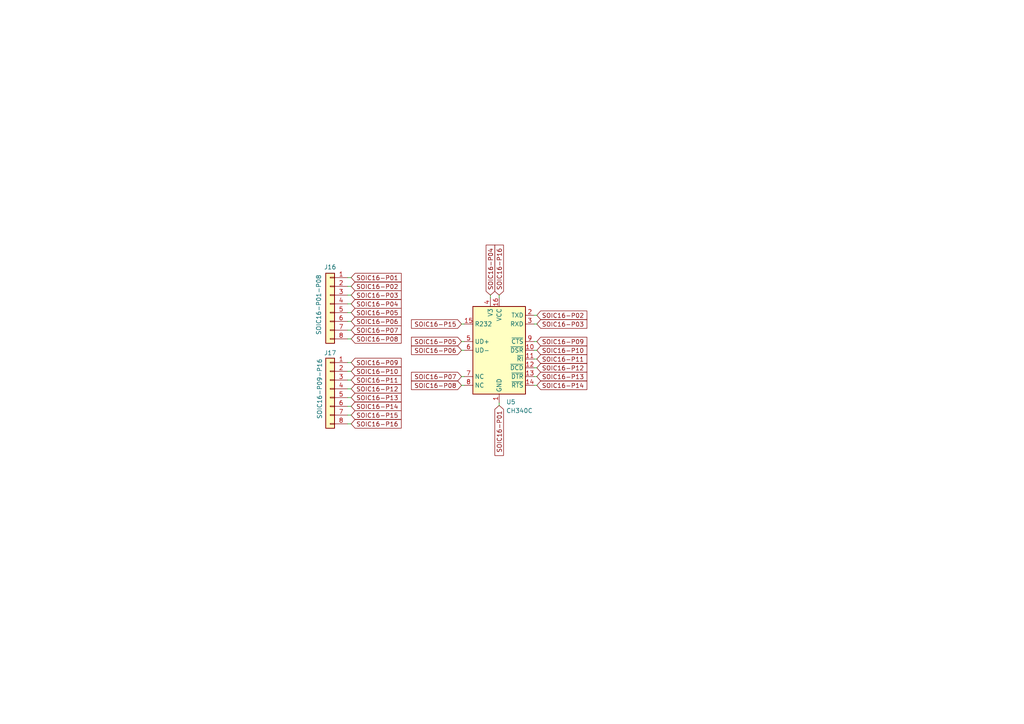
<source format=kicad_sch>
(kicad_sch (version 20230121) (generator eeschema)
  (paper "A4")
  (lib_symbols
    (symbol "Connector_Generic:Conn_01x08" (pin_names (offset 1.016) hide)
      (property "Reference" "J" (at 0 10.16 0))
      (property "Value" "Conn_01x08" (at 0 -12.7 0))
      (symbol "Conn_01x08_1_1"
        (rectangle (start -1.27 -10.033) (end 0 -10.287) (stroke (width 0.1524)))
        (rectangle (start -1.27 -7.493) (end 0 -7.747) (stroke (width 0.1524)))
        (rectangle (start -1.27 -4.953) (end 0 -5.207) (stroke (width 0.1524)))
        (rectangle (start -1.27 -2.413) (end 0 -2.667) (stroke (width 0.1524)))
        (rectangle (start -1.27 0.127) (end 0 -0.127) (stroke (width 0.1524)))
        (rectangle (start -1.27 2.667) (end 0 2.413) (stroke (width 0.1524)))
        (rectangle (start -1.27 5.207) (end 0 4.953) (stroke (width 0.1524)))
        (rectangle (start -1.27 7.747) (end 0 7.493) (stroke (width 0.1524)))
        (rectangle (start -1.27 8.89) (end 1.27 -11.43) (stroke (width 0.254)) (fill (type background)))
        (pin passive line (at -5.08 7.62 0) (length 3.81) (name "Pin_1") (number "1"))
        (pin passive line (at -5.08 5.08 0) (length 3.81) (name "Pin_2") (number "2"))
        (pin passive line (at -5.08 2.54 0) (length 3.81) (name "Pin_3") (number "3"))
        (pin passive line (at -5.08 0 0) (length 3.81) (name "Pin_4") (number "4"))
        (pin passive line (at -5.08 -2.54 0) (length 3.81) (name "Pin_5") (number "5"))
        (pin passive line (at -5.08 -5.08 0) (length 3.81) (name "Pin_6") (number "6"))
        (pin passive line (at -5.08 -7.62 0) (length 3.81) (name "Pin_7") (number "7"))
        (pin passive line (at -5.08 -10.16 0) (length 3.81) (name "Pin_8") (number "8"))
      )
    )
    (symbol "Interface_USB:CH340C"
      (property "Reference" "U5" (at 2.0194 -14.986 0))
      (property "Value" "CH340C" (at 2.0194 -17.526 0))
      (symbol "CH340C_0_1"
        (rectangle (start -7.62 12.7) (end 7.62 -12.7) (stroke (width 0.254)) (fill (type background)))
      )
      (symbol "CH340C_1_1"
        (pin power_in line (at 0 -15.24 90) (length 2.54) (name "GND") (number "1"))
        (pin input line (at 10.16 0 180) (length 2.54) (name "~{DSR}") (number "10"))
        (pin input line (at 10.16 -2.54 180) (length 2.54) (name "~{RI}") (number "11"))
        (pin input line (at 10.16 -5.08 180) (length 2.54) (name "~{DCD}") (number "12"))
        (pin output line (at 10.16 -7.62 180) (length 2.54) (name "~{DTR}") (number "13"))
        (pin output line (at 10.16 -10.16 180) (length 2.54) (name "~{RTS}") (number "14"))
        (pin input line (at -10.16 7.62 0) (length 2.54) (name "R232") (number "15"))
        (pin power_in line (at 0 15.24 270) (length 2.54) (name "VCC") (number "16"))
        (pin output line (at 10.16 10.16 180) (length 2.54) (name "TXD") (number "2"))
        (pin input line (at 10.16 7.62 180) (length 2.54) (name "RXD") (number "3"))
        (pin passive line (at -2.54 15.24 270) (length 2.54) (name "V3") (number "4"))
        (pin bidirectional line (at -10.16 2.54 0) (length 2.54) (name "UD+") (number "5"))
        (pin bidirectional line (at -10.16 0 0) (length 2.54) (name "UD-") (number "6"))
        (pin unspecified line (at -10.16 -7.62 0) (length 2.54) (name "NC") (number "7"))
        (pin unspecified line (at -10.16 -10.16 0) (length 2.54) (name "NC") (number "8"))
        (pin input line (at 10.16 2.54 180) (length 2.54) (name "~{CTS}") (number "9"))
      )
    )
  )
  (wire (pts (xy 133.858 111.76) (xy 134.62 111.76)))
  (wire (pts (xy 100.838 93.218) (xy 101.854 93.218)))
  (wire (pts (xy 133.858 101.6) (xy 134.62 101.6)))
  (wire (pts (xy 154.94 109.22) (xy 155.702 109.22)))
  (wire (pts (xy 133.858 109.22) (xy 134.62 109.22)))
  (wire (pts (xy 100.838 112.776) (xy 101.854 112.776)))
  (wire (pts (xy 142.24 85.598) (xy 142.24 86.36)))
  (wire (pts (xy 154.94 111.76) (xy 155.702 111.76)))
  (wire (pts (xy 100.838 115.316) (xy 101.854 115.316)))
  (wire (pts (xy 154.94 93.98) (xy 155.702 93.98)))
  (wire (pts (xy 100.838 120.396) (xy 101.854 120.396)))
  (wire (pts (xy 100.838 98.298) (xy 101.854 98.298)))
  (wire (pts (xy 100.838 122.936) (xy 101.854 122.936)))
  (wire (pts (xy 100.838 107.696) (xy 101.854 107.696)))
  (wire (pts (xy 100.838 85.598) (xy 101.854 85.598)))
  (wire (pts (xy 100.838 90.678) (xy 101.854 90.678)))
  (wire (pts (xy 100.838 95.758) (xy 101.854 95.758)))
  (wire (pts (xy 154.94 104.14) (xy 155.702 104.14)))
  (wire (pts (xy 100.838 80.518) (xy 101.854 80.518)))
  (wire (pts (xy 100.838 105.156) (xy 101.854 105.156)))
  (wire (pts (xy 154.94 91.44) (xy 155.702 91.44)))
  (wire (pts (xy 154.94 106.68) (xy 155.702 106.68)))
  (wire (pts (xy 144.78 116.84) (xy 144.78 117.602)))
  (wire (pts (xy 100.838 88.138) (xy 101.854 88.138)))
  (wire (pts (xy 100.838 83.058) (xy 101.854 83.058)))
  (wire (pts (xy 144.78 85.598) (xy 144.78 86.36)))
  (wire (pts (xy 154.94 99.06) (xy 155.702 99.06)))
  (wire (pts (xy 133.858 99.06) (xy 134.62 99.06)))
  (wire (pts (xy 133.858 93.98) (xy 134.62 93.98)))
  (wire (pts (xy 154.94 101.6) (xy 155.702 101.6)))
  (wire (pts (xy 100.838 117.856) (xy 101.854 117.856)))
  (wire (pts (xy 100.838 110.236) (xy 101.854 110.236)))
  (global_label "SOIC16-P16" (shape input) (at 101.854 122.936 0) (property "Intersheetrefs" "${INTERSHEET_REFS}" (effects hide)))
  (global_label "SOIC16-P05" (shape input) (at 133.858 99.06 180) (property "Intersheetrefs" "${INTERSHEET_REFS}" (effects hide)))
  (global_label "SOIC16-P12" (shape input) (at 155.702 106.68 0) (property "Intersheetrefs" "${INTERSHEET_REFS}" (effects hide)))
  (global_label "SOIC16-P10" (shape input) (at 101.854 107.696 0) (property "Intersheetrefs" "${INTERSHEET_REFS}" (effects hide)))
  (global_label "SOIC16-P04" (shape input) (at 101.854 88.138 0) (property "Intersheetrefs" "${INTERSHEET_REFS}" (effects hide)))
  (global_label "SOIC16-P08" (shape input) (at 101.854 98.298 0) (property "Intersheetrefs" "${INTERSHEET_REFS}" (effects hide)))
  (global_label "SOIC16-P12" (shape input) (at 101.854 112.776 0) (property "Intersheetrefs" "${INTERSHEET_REFS}" (effects hide)))
  (global_label "SOIC16-P13" (shape input) (at 101.854 115.316 0) (property "Intersheetrefs" "${INTERSHEET_REFS}" (effects hide)))
  (global_label "SOIC16-P09" (shape input) (at 101.854 105.156 0) (property "Intersheetrefs" "${INTERSHEET_REFS}" (effects hide)))
  (global_label "SOIC16-P06" (shape input) (at 101.854 93.218 0) (property "Intersheetrefs" "${INTERSHEET_REFS}" (effects hide)))
  (global_label "SOIC16-P04" (shape input) (at 142.24 85.598 90) (property "Intersheetrefs" "${INTERSHEET_REFS}" (effects hide)))
  (global_label "SOIC16-P11" (shape input) (at 155.702 104.14 0) (property "Intersheetrefs" "${INTERSHEET_REFS}" (effects hide)))
  (global_label "SOIC16-P03" (shape input) (at 101.854 85.598 0) (property "Intersheetrefs" "${INTERSHEET_REFS}" (effects hide)))
  (global_label "SOIC16-P01" (shape input) (at 144.78 117.602 270) (property "Intersheetrefs" "${INTERSHEET_REFS}" (effects hide)))
  (global_label "SOIC16-P10" (shape input) (at 155.702 101.6 0) (property "Intersheetrefs" "${INTERSHEET_REFS}" (effects hide)))
  (global_label "SOIC16-P14" (shape input) (at 101.854 117.856 0) (property "Intersheetrefs" "${INTERSHEET_REFS}" (effects hide)))
  (global_label "SOIC16-P03" (shape input) (at 155.702 93.98 0) (property "Intersheetrefs" "${INTERSHEET_REFS}" (effects hide)))
  (global_label "SOIC16-P02" (shape input) (at 101.854 83.058 0) (property "Intersheetrefs" "${INTERSHEET_REFS}" (effects hide)))
  (global_label "SOIC16-P15" (shape input) (at 133.858 93.98 180) (property "Intersheetrefs" "${INTERSHEET_REFS}" (effects hide)))
  (global_label "SOIC16-P07" (shape input) (at 133.858 109.22 180) (property "Intersheetrefs" "${INTERSHEET_REFS}" (effects hide)))
  (global_label "SOIC16-P01" (shape input) (at 101.854 80.518 0) (property "Intersheetrefs" "${INTERSHEET_REFS}" (effects hide)))
  (global_label "SOIC16-P11" (shape input) (at 101.854 110.236 0) (property "Intersheetrefs" "${INTERSHEET_REFS}" (effects hide)))
  (global_label "SOIC16-P06" (shape input) (at 133.858 101.6 180) (property "Intersheetrefs" "${INTERSHEET_REFS}" (effects hide)))
  (global_label "SOIC16-P05" (shape input) (at 101.854 90.678 0) (property "Intersheetrefs" "${INTERSHEET_REFS}" (effects hide)))
  (global_label "SOIC16-P15" (shape input) (at 101.854 120.396 0) (property "Intersheetrefs" "${INTERSHEET_REFS}" (effects hide)))
  (global_label "SOIC16-P08" (shape input) (at 133.858 111.76 180) (property "Intersheetrefs" "${INTERSHEET_REFS}" (effects hide)))
  (global_label "SOIC16-P07" (shape input) (at 101.854 95.758 0) (property "Intersheetrefs" "${INTERSHEET_REFS}" (effects hide)))
  (global_label "SOIC16-P16" (shape input) (at 144.78 85.598 90) (property "Intersheetrefs" "${INTERSHEET_REFS}" (effects hide)))
  (global_label "SOIC16-P09" (shape input) (at 155.702 99.06 0) (property "Intersheetrefs" "${INTERSHEET_REFS}" (effects hide)))
  (global_label "SOIC16-P02" (shape input) (at 155.702 91.44 0) (property "Intersheetrefs" "${INTERSHEET_REFS}" (effects hide)))
  (global_label "SOIC16-P14" (shape input) (at 155.702 111.76 0) (property "Intersheetrefs" "${INTERSHEET_REFS}" (effects hide)))
  (global_label "SOIC16-P13" (shape input) (at 155.702 109.22 0) (property "Intersheetrefs" "${INTERSHEET_REFS}" (effects hide)))
  (symbol (lib_id "Connector_Generic:Conn_01x08") (at 95.758 88.138 0) (mirror y) (unit 1)
    (property "Reference" "J16" (at 95.758 77.47 0))
    (property "Value" "SOIC16-P01-P08" (at 92.456 88.392 90))
    (property "Footprint" "Connector_PinHeader_2.54mm:PinHeader_1x08_P2.54mm_Vertical" (effects hide))
  )
  (symbol (lib_id "Connector_Generic:Conn_01x08") (at 95.758 112.776 0) (mirror y) (unit 1)
    (property "Reference" "J17" (at 95.758 102.362 0))
    (property "Value" "SOIC16-P09-P16" (at 92.71 112.776 90))
    (property "Footprint" "Connector_PinHeader_2.54mm:PinHeader_1x08_P2.54mm_Vertical" (effects hide))
  )
  (symbol (lib_id "Interface_USB:CH340C") (at 144.78 101.6 0) (unit 1)
    (property "Reference" "U5" (at 146.7994 116.586 0) (effects (justify left)))
    (property "Value" "CH340C" (at 146.7994 119.126 0) (effects (justify left)))
    (property "Footprint" "Package_SO:SOIC-16_3.9x9.9mm_P1.27mm" (effects hide))
    (property "Datasheet" "https://datasheet.lcsc.com/szlcsc/Jiangsu-Qin-Heng-CH340C_C84681.pdf" (effects hide))
  )
)
</source>
